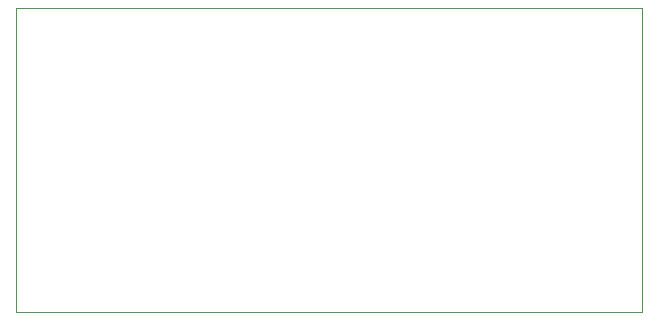
<source format=gbr>
%TF.GenerationSoftware,KiCad,Pcbnew,7.0.2-6a45011f42~172~ubuntu22.04.1*%
%TF.CreationDate,2023-06-08T14:15:44-07:00*%
%TF.ProjectId,usb-breadboard-power,7573622d-6272-4656-9164-626f6172642d,v1.0*%
%TF.SameCoordinates,Original*%
%TF.FileFunction,Profile,NP*%
%FSLAX46Y46*%
G04 Gerber Fmt 4.6, Leading zero omitted, Abs format (unit mm)*
G04 Created by KiCad (PCBNEW 7.0.2-6a45011f42~172~ubuntu22.04.1) date 2023-06-08 14:15:44*
%MOMM*%
%LPD*%
G01*
G04 APERTURE LIST*
%TA.AperFunction,Profile*%
%ADD10C,0.100000*%
%TD*%
G04 APERTURE END LIST*
D10*
X84000000Y-83650000D02*
X137000000Y-83650000D01*
X137000000Y-109350000D01*
X84000000Y-109350000D01*
X84000000Y-83650000D01*
M02*

</source>
